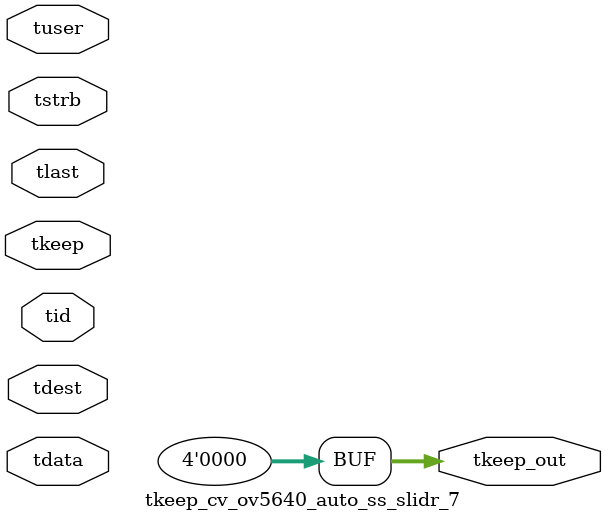
<source format=v>


`timescale 1ps/1ps

module tkeep_cv_ov5640_auto_ss_slidr_7 #
(
parameter C_S_AXIS_TDATA_WIDTH = 32,
parameter C_S_AXIS_TUSER_WIDTH = 0,
parameter C_S_AXIS_TID_WIDTH   = 0,
parameter C_S_AXIS_TDEST_WIDTH = 0,
parameter C_M_AXIS_TDATA_WIDTH = 32
)
(
input  [(C_S_AXIS_TDATA_WIDTH == 0 ? 1 : C_S_AXIS_TDATA_WIDTH)-1:0     ] tdata,
input  [(C_S_AXIS_TUSER_WIDTH == 0 ? 1 : C_S_AXIS_TUSER_WIDTH)-1:0     ] tuser,
input  [(C_S_AXIS_TID_WIDTH   == 0 ? 1 : C_S_AXIS_TID_WIDTH)-1:0       ] tid,
input  [(C_S_AXIS_TDEST_WIDTH == 0 ? 1 : C_S_AXIS_TDEST_WIDTH)-1:0     ] tdest,
input  [(C_S_AXIS_TDATA_WIDTH/8)-1:0 ] tkeep,
input  [(C_S_AXIS_TDATA_WIDTH/8)-1:0 ] tstrb,
input                                                                    tlast,
output [(C_M_AXIS_TDATA_WIDTH/8)-1:0 ] tkeep_out
);

assign tkeep_out = {1'b0};

endmodule


</source>
